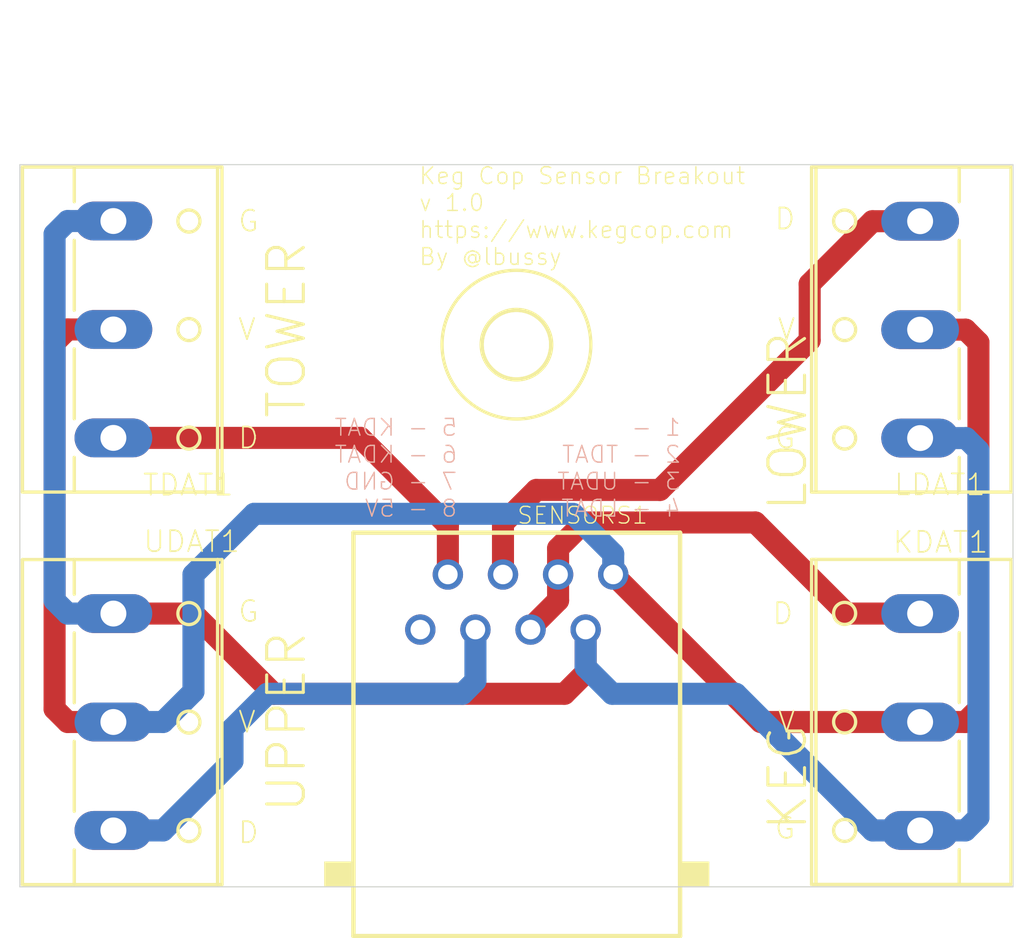
<source format=kicad_pcb>
(kicad_pcb (version 20171130) (host pcbnew "(5.1.10-1-10_14)")

  (general
    (thickness 1.6)
    (drawings 24)
    (tracks 65)
    (zones 0)
    (modules 6)
    (nets 8)
  )

  (page A4)
  (layers
    (0 Top signal)
    (31 Bottom signal)
    (32 B.Adhes user)
    (33 F.Adhes user)
    (34 B.Paste user)
    (35 F.Paste user)
    (36 B.SilkS user)
    (37 F.SilkS user)
    (38 B.Mask user)
    (39 F.Mask user)
    (40 Dwgs.User user)
    (41 Cmts.User user)
    (42 Eco1.User user)
    (43 Eco2.User user)
    (44 Edge.Cuts user)
    (45 Margin user)
    (46 B.CrtYd user)
    (47 F.CrtYd user)
    (48 B.Fab user)
    (49 F.Fab user)
  )

  (setup
    (last_trace_width 0.25)
    (trace_clearance 0.1524)
    (zone_clearance 0.508)
    (zone_45_only no)
    (trace_min 0.1524)
    (via_size 0.8)
    (via_drill 0.4)
    (via_min_size 0.4)
    (via_min_drill 0.3)
    (uvia_size 0.3)
    (uvia_drill 0.1)
    (uvias_allowed no)
    (uvia_min_size 0.2)
    (uvia_min_drill 0.1)
    (edge_width 0.05)
    (segment_width 0.2)
    (pcb_text_width 0.3)
    (pcb_text_size 1.5 1.5)
    (mod_edge_width 0.12)
    (mod_text_size 1 1)
    (mod_text_width 0.15)
    (pad_size 1.524 1.524)
    (pad_drill 0.762)
    (pad_to_mask_clearance 0)
    (aux_axis_origin 0 0)
    (visible_elements FFFFFF7F)
    (pcbplotparams
      (layerselection 0x010fc_ffffffff)
      (usegerberextensions false)
      (usegerberattributes true)
      (usegerberadvancedattributes true)
      (creategerberjobfile true)
      (excludeedgelayer true)
      (linewidth 0.100000)
      (plotframeref false)
      (viasonmask false)
      (mode 1)
      (useauxorigin false)
      (hpglpennumber 1)
      (hpglpenspeed 20)
      (hpglpendiameter 15.000000)
      (psnegative false)
      (psa4output false)
      (plotreference true)
      (plotvalue true)
      (plotinvisibletext false)
      (padsonsilk false)
      (subtractmaskfromsilk false)
      (outputformat 1)
      (mirror false)
      (drillshape 1)
      (scaleselection 1)
      (outputdirectory ""))
  )

  (net 0 "")
  (net 1 /5V)
  (net 2 /GND)
  (net 3 /KDAT)
  (net 4 /TDAT)
  (net 5 /UDAT)
  (net 6 /LDAT)
  (net 7 "Net-(SENSORS1-Pad1)")

  (net_class Default "This is the default net class."
    (clearance 0.1524)
    (trace_width 0.25)
    (via_dia 0.8)
    (via_drill 0.4)
    (uvia_dia 0.3)
    (uvia_drill 0.1)
    (add_net /5V)
    (add_net /GND)
    (add_net /KDAT)
    (add_net /LDAT)
    (add_net /TDAT)
    (add_net /UDAT)
    (add_net "Net-(SENSORS1-Pad1)")
  )

  (module "Keg Cop - Sensors:RJ45-NO-SHIELD" (layer Top) (tedit 0) (tstamp 610D3966)
    (at 148.5161 116.1426)
    (descr "<b>RJ45 Low Profile</b> No Shield<p>\nFor all RJ45 N and Z Series Models<br>\nSource: www.tycoelectronics.com .. ENG_DS_1654001_1099_RJ_L_0507.pdf")
    (path /F603A791)
    (fp_text reference SENSORS1 (at -0.025 -11.165) (layer F.SilkS)
      (effects (font (size 0.77216 0.77216) (thickness 0.061772)) (justify left bottom))
    )
    (fp_text value RJ45 (at -5.715 -2.54) (layer F.Fab) hide
      (effects (font (size 1.6891 1.6891) (thickness 0.14224)) (justify left bottom))
    )
    (fp_poly (pts (xy -8.875 5.485) (xy -7.625 5.485) (xy -7.625 4.342) (xy -8.875 4.342)) (layer F.SilkS) (width 0))
    (fp_poly (pts (xy 7.6 5.485) (xy 8.875 5.485) (xy 8.875 4.342) (xy 7.6 4.342)) (layer F.SilkS) (width 0))
    (fp_line (start 7.527 -10.819) (end 7.527 7.782) (layer F.SilkS) (width 0.2032))
    (fp_line (start -7.527 7.782) (end -7.527 -10.819) (layer F.SilkS) (width 0.2032))
    (fp_line (start 7.527 7.782) (end -7.527 7.782) (layer F.SilkS) (width 0.2032))
    (fp_line (start 8.4455 5.5118) (end -8.4455 5.5118) (layer Edge.Cuts) (width 0.01))
    (fp_line (start -7.527 -10.819) (end 7.527 -10.819) (layer F.SilkS) (width 0.2032))
    (pad "" np_thru_hole circle (at 5.715 0) (size 3.2512 3.2512) (drill 3.2512) (layers *.Cu *.Mask))
    (pad "" np_thru_hole circle (at -5.715 0) (size 3.2512 3.2512) (drill 3.2512) (layers *.Cu *.Mask))
    (pad 8 thru_hole circle (at 4.445 -8.89) (size 1.4 1.4) (drill 0.9) (layers *.Cu *.Mask)
      (net 1 /5V) (solder_mask_margin 0.1016))
    (pad 7 thru_hole circle (at 3.175 -6.35) (size 1.4 1.4) (drill 0.9) (layers *.Cu *.Mask)
      (net 2 /GND) (solder_mask_margin 0.1016))
    (pad 6 thru_hole circle (at 1.905 -8.89) (size 1.4 1.4) (drill 0.9) (layers *.Cu *.Mask)
      (net 3 /KDAT) (solder_mask_margin 0.1016))
    (pad 1 thru_hole circle (at -4.445 -6.35) (size 1.4 1.4) (drill 0.9) (layers *.Cu *.Mask)
      (net 7 "Net-(SENSORS1-Pad1)") (solder_mask_margin 0.1016))
    (pad 5 thru_hole circle (at 0.635 -6.35) (size 1.4 1.4) (drill 0.9) (layers *.Cu *.Mask)
      (net 3 /KDAT) (solder_mask_margin 0.1016))
    (pad 2 thru_hole circle (at -3.175 -8.89) (size 1.4 1.4) (drill 0.9) (layers *.Cu *.Mask)
      (net 4 /TDAT) (solder_mask_margin 0.1016))
    (pad 3 thru_hole circle (at -1.905 -6.35) (size 1.4 1.4) (drill 0.9) (layers *.Cu *.Mask)
      (net 5 /UDAT) (solder_mask_margin 0.1016))
    (pad 4 thru_hole circle (at -0.635 -8.89) (size 1.4 1.4) (drill 0.9) (layers *.Cu *.Mask)
      (net 6 /LDAT) (solder_mask_margin 0.1016))
  )

  (module "Keg Cop - Sensors:W237-103" (layer Top) (tedit 0) (tstamp 610D397A)
    (at 131.2161 95.9536 270)
    (descr "<b>WAGO SCREW CLAMP</b>")
    (path /EBF375D7)
    (fp_text reference TDAT1 (at 7.7342 -0.0078) (layer F.SilkS)
      (effects (font (size 0.9652 0.9652) (thickness 0.086868)) (justify left bottom))
    )
    (fp_text value W237-103 (at -5.3048 4.9476 90) (layer F.Fab)
      (effects (font (size 1.2065 1.2065) (thickness 0.12065)) (justify left bottom))
    )
    (fp_text user 3 (at 3.1534 -0.615 270) (layer F.Fab)
      (effects (font (size 1.2065 1.2065) (thickness 0.127)) (justify left bottom))
    )
    (fp_text user 2 (at -1.8504 -0.5642 270) (layer F.Fab)
      (effects (font (size 1.2065 1.2065) (thickness 0.127)) (justify left bottom))
    )
    (fp_text user 1 (at -6.905 -0.615 270) (layer F.Fab)
      (effects (font (size 1.2065 1.2065) (thickness 0.127)) (justify left bottom))
    )
    (fp_circle (center 0.0038 -2.1898) (end 0.5118 -2.1898) (layer F.SilkS) (width 0.1524))
    (fp_circle (center 0.0038 1.29) (end 1.5024 1.29) (layer F.Fab) (width 0.1524))
    (fp_circle (center 5.0076 -2.1898) (end 5.5156 -2.1898) (layer F.SilkS) (width 0.1524))
    (fp_circle (center -5 -2.1898) (end -4.492 -2.1898) (layer F.SilkS) (width 0.1524))
    (fp_circle (center 5.0076 1.29) (end 6.5062 1.29) (layer F.Fab) (width 0.1524))
    (fp_circle (center -5 1.29) (end -3.5014 1.29) (layer F.Fab) (width 0.1524))
    (fp_line (start 4.119 3.093) (end 5.897 3.093) (layer F.Fab) (width 0.1524))
    (fp_line (start -0.885 3.093) (end 0.893 3.093) (layer F.Fab) (width 0.1524))
    (fp_line (start -7.489 -3.511) (end -7.489 -3.714) (layer F.SilkS) (width 0.1524))
    (fp_line (start 7.497 -3.511) (end 7.497 3.093) (layer F.SilkS) (width 0.1524))
    (fp_line (start 7.497 -3.511) (end -7.489 -3.511) (layer F.SilkS) (width 0.1524))
    (fp_line (start 7.497 3.093) (end 7.497 5.481) (layer F.SilkS) (width 0.1524))
    (fp_line (start -7.489 3.093) (end -7.489 -3.511) (layer F.SilkS) (width 0.1524))
    (fp_line (start 5.897 3.093) (end 7.497 3.093) (layer F.SilkS) (width 0.1524))
    (fp_line (start 0.893 3.093) (end 4.119 3.093) (layer F.SilkS) (width 0.1524))
    (fp_line (start -4.111 3.093) (end -0.885 3.093) (layer F.SilkS) (width 0.1524))
    (fp_line (start -5.889 3.093) (end -4.111 3.093) (layer F.Fab) (width 0.1524))
    (fp_line (start -7.489 3.093) (end -5.889 3.093) (layer F.SilkS) (width 0.1524))
    (fp_line (start -7.489 5.481) (end -7.489 3.093) (layer F.SilkS) (width 0.1524))
    (fp_line (start 7.497 -3.714) (end -7.489 -3.714) (layer F.SilkS) (width 0.1524))
    (fp_line (start 7.497 -3.714) (end 7.497 -3.511) (layer F.SilkS) (width 0.1524))
    (fp_line (start -7.489 5.481) (end 7.497 5.481) (layer F.SilkS) (width 0.1524))
    (fp_line (start -5.991 2.306) (end -3.984 0.299) (layer F.Fab) (width 0.254))
    (fp_line (start -0.911 2.331) (end 0.994 0.299) (layer F.Fab) (width 0.254))
    (fp_line (start 4.093 2.255) (end 5.897 0.299) (layer F.Fab) (width 0.254))
    (pad 3 thru_hole oval (at 5 1.29) (size 3.5814 1.7907) (drill 1.1938) (layers *.Cu *.Mask)
      (net 4 /TDAT) (solder_mask_margin 0.1016))
    (pad 2 thru_hole oval (at 0 1.29) (size 3.5814 1.7907) (drill 1.1938) (layers *.Cu *.Mask)
      (net 1 /5V) (solder_mask_margin 0.1016))
    (pad 1 thru_hole oval (at -5 1.29) (size 3.5814 1.7907) (drill 1.1938) (layers *.Cu *.Mask)
      (net 2 /GND) (solder_mask_margin 0.1016))
  )

  (module "Keg Cop - Sensors:W237-103" (layer Top) (tedit 0) (tstamp 610D399C)
    (at 131.2161 114.0536 270)
    (descr "<b>WAGO SCREW CLAMP</b>")
    (path /09CB6CD2)
    (fp_text reference UDAT1 (at -7.7558 -0.0378) (layer F.SilkS)
      (effects (font (size 0.9652 0.9652) (thickness 0.077216)) (justify left bottom))
    )
    (fp_text value W237-103 (at -5.3048 4.9476 90) (layer F.Fab)
      (effects (font (size 1.2065 1.2065) (thickness 0.12065)) (justify left bottom))
    )
    (fp_text user 3 (at 3.1534 -0.615 270) (layer F.Fab)
      (effects (font (size 1.2065 1.2065) (thickness 0.127)) (justify left bottom))
    )
    (fp_text user 2 (at -1.8504 -0.5642 270) (layer F.Fab)
      (effects (font (size 1.2065 1.2065) (thickness 0.127)) (justify left bottom))
    )
    (fp_text user 1 (at -6.905 -0.615 270) (layer F.Fab)
      (effects (font (size 1.2065 1.2065) (thickness 0.127)) (justify left bottom))
    )
    (fp_circle (center 0.0038 -2.1898) (end 0.5118 -2.1898) (layer F.SilkS) (width 0.1524))
    (fp_circle (center 0.0038 1.29) (end 1.5024 1.29) (layer F.Fab) (width 0.1524))
    (fp_circle (center 5.0076 -2.1898) (end 5.5156 -2.1898) (layer F.SilkS) (width 0.1524))
    (fp_circle (center -5 -2.1898) (end -4.492 -2.1898) (layer F.SilkS) (width 0.1524))
    (fp_circle (center 5.0076 1.29) (end 6.5062 1.29) (layer F.Fab) (width 0.1524))
    (fp_circle (center -5 1.29) (end -3.5014 1.29) (layer F.Fab) (width 0.1524))
    (fp_line (start 4.119 3.093) (end 5.897 3.093) (layer F.Fab) (width 0.1524))
    (fp_line (start -0.885 3.093) (end 0.893 3.093) (layer F.Fab) (width 0.1524))
    (fp_line (start -7.489 -3.511) (end -7.489 -3.714) (layer F.SilkS) (width 0.1524))
    (fp_line (start 7.497 -3.511) (end 7.497 3.093) (layer F.SilkS) (width 0.1524))
    (fp_line (start 7.497 -3.511) (end -7.489 -3.511) (layer F.SilkS) (width 0.1524))
    (fp_line (start 7.497 3.093) (end 7.497 5.481) (layer F.SilkS) (width 0.1524))
    (fp_line (start -7.489 3.093) (end -7.489 -3.511) (layer F.SilkS) (width 0.1524))
    (fp_line (start 5.897 3.093) (end 7.497 3.093) (layer F.SilkS) (width 0.1524))
    (fp_line (start 0.893 3.093) (end 4.119 3.093) (layer F.SilkS) (width 0.1524))
    (fp_line (start -4.111 3.093) (end -0.885 3.093) (layer F.SilkS) (width 0.1524))
    (fp_line (start -5.889 3.093) (end -4.111 3.093) (layer F.Fab) (width 0.1524))
    (fp_line (start -7.489 3.093) (end -5.889 3.093) (layer F.SilkS) (width 0.1524))
    (fp_line (start -7.489 5.481) (end -7.489 3.093) (layer F.SilkS) (width 0.1524))
    (fp_line (start 7.497 -3.714) (end -7.489 -3.714) (layer F.SilkS) (width 0.1524))
    (fp_line (start 7.497 -3.714) (end 7.497 -3.511) (layer F.SilkS) (width 0.1524))
    (fp_line (start -7.489 5.481) (end 7.497 5.481) (layer F.SilkS) (width 0.1524))
    (fp_line (start -5.991 2.306) (end -3.984 0.299) (layer F.Fab) (width 0.254))
    (fp_line (start -0.911 2.331) (end 0.994 0.299) (layer F.Fab) (width 0.254))
    (fp_line (start 4.093 2.255) (end 5.897 0.299) (layer F.Fab) (width 0.254))
    (pad 3 thru_hole oval (at 5 1.29) (size 3.5814 1.7907) (drill 1.1938) (layers *.Cu *.Mask)
      (net 5 /UDAT) (solder_mask_margin 0.1016))
    (pad 2 thru_hole oval (at 0 1.29) (size 3.5814 1.7907) (drill 1.1938) (layers *.Cu *.Mask)
      (net 1 /5V) (solder_mask_margin 0.1016))
    (pad 1 thru_hole oval (at -5 1.29) (size 3.5814 1.7907) (drill 1.1938) (layers *.Cu *.Mask)
      (net 2 /GND) (solder_mask_margin 0.1016))
  )

  (module "Keg Cop - Sensors:W237-103" (layer Top) (tedit 0) (tstamp 610D39BE)
    (at 165.8161 95.9616 90)
    (descr "<b>WAGO SCREW CLAMP</b>")
    (path /DC96C082)
    (fp_text reference LDAT1 (at -7.7158 0.0322) (layer F.SilkS)
      (effects (font (size 0.9652 0.9652) (thickness 0.077216)) (justify left bottom))
    )
    (fp_text value W237-103 (at -5.3048 4.9476 90) (layer F.Fab)
      (effects (font (size 1.2065 1.2065) (thickness 0.12065)) (justify left bottom))
    )
    (fp_text user 3 (at 3.1534 -0.615 90) (layer F.Fab)
      (effects (font (size 1.2065 1.2065) (thickness 0.127)) (justify left bottom))
    )
    (fp_text user 2 (at -1.8504 -0.5642 90) (layer F.Fab)
      (effects (font (size 1.2065 1.2065) (thickness 0.127)) (justify left bottom))
    )
    (fp_text user 1 (at -6.905 -0.615 90) (layer F.Fab)
      (effects (font (size 1.2065 1.2065) (thickness 0.127)) (justify left bottom))
    )
    (fp_circle (center 0.0038 -2.1898) (end 0.5118 -2.1898) (layer F.SilkS) (width 0.1524))
    (fp_circle (center 0.0038 1.29) (end 1.5024 1.29) (layer F.Fab) (width 0.1524))
    (fp_circle (center 5.0076 -2.1898) (end 5.5156 -2.1898) (layer F.SilkS) (width 0.1524))
    (fp_circle (center -5 -2.1898) (end -4.492 -2.1898) (layer F.SilkS) (width 0.1524))
    (fp_circle (center 5.0076 1.29) (end 6.5062 1.29) (layer F.Fab) (width 0.1524))
    (fp_circle (center -5 1.29) (end -3.5014 1.29) (layer F.Fab) (width 0.1524))
    (fp_line (start 4.119 3.093) (end 5.897 3.093) (layer F.Fab) (width 0.1524))
    (fp_line (start -0.885 3.093) (end 0.893 3.093) (layer F.Fab) (width 0.1524))
    (fp_line (start -7.489 -3.511) (end -7.489 -3.714) (layer F.SilkS) (width 0.1524))
    (fp_line (start 7.497 -3.511) (end 7.497 3.093) (layer F.SilkS) (width 0.1524))
    (fp_line (start 7.497 -3.511) (end -7.489 -3.511) (layer F.SilkS) (width 0.1524))
    (fp_line (start 7.497 3.093) (end 7.497 5.481) (layer F.SilkS) (width 0.1524))
    (fp_line (start -7.489 3.093) (end -7.489 -3.511) (layer F.SilkS) (width 0.1524))
    (fp_line (start 5.897 3.093) (end 7.497 3.093) (layer F.SilkS) (width 0.1524))
    (fp_line (start 0.893 3.093) (end 4.119 3.093) (layer F.SilkS) (width 0.1524))
    (fp_line (start -4.111 3.093) (end -0.885 3.093) (layer F.SilkS) (width 0.1524))
    (fp_line (start -5.889 3.093) (end -4.111 3.093) (layer F.Fab) (width 0.1524))
    (fp_line (start -7.489 3.093) (end -5.889 3.093) (layer F.SilkS) (width 0.1524))
    (fp_line (start -7.489 5.481) (end -7.489 3.093) (layer F.SilkS) (width 0.1524))
    (fp_line (start 7.497 -3.714) (end -7.489 -3.714) (layer F.SilkS) (width 0.1524))
    (fp_line (start 7.497 -3.714) (end 7.497 -3.511) (layer F.SilkS) (width 0.1524))
    (fp_line (start -7.489 5.481) (end 7.497 5.481) (layer F.SilkS) (width 0.1524))
    (fp_line (start -5.991 2.306) (end -3.984 0.299) (layer F.Fab) (width 0.254))
    (fp_line (start -0.911 2.331) (end 0.994 0.299) (layer F.Fab) (width 0.254))
    (fp_line (start 4.093 2.255) (end 5.897 0.299) (layer F.Fab) (width 0.254))
    (pad 3 thru_hole oval (at 5 1.29 180) (size 3.5814 1.7907) (drill 1.1938) (layers *.Cu *.Mask)
      (net 6 /LDAT) (solder_mask_margin 0.1016))
    (pad 2 thru_hole oval (at 0 1.29 180) (size 3.5814 1.7907) (drill 1.1938) (layers *.Cu *.Mask)
      (net 1 /5V) (solder_mask_margin 0.1016))
    (pad 1 thru_hole oval (at -5 1.29 180) (size 3.5814 1.7907) (drill 1.1938) (layers *.Cu *.Mask)
      (net 2 /GND) (solder_mask_margin 0.1016))
  )

  (module "Keg Cop - Sensors:W237-103" (layer Top) (tedit 0) (tstamp 610D39E0)
    (at 165.8161 114.0536 90)
    (descr "<b>WAGO SCREW CLAMP</b>")
    (path /B05A8DCC)
    (fp_text reference KDAT1 (at 7.7242 -0.0278) (layer F.SilkS)
      (effects (font (size 0.9652 0.9652) (thickness 0.077216)) (justify left bottom))
    )
    (fp_text value W237-103 (at -5.3048 4.9476 90) (layer F.Fab)
      (effects (font (size 1.2065 1.2065) (thickness 0.12065)) (justify left bottom))
    )
    (fp_text user 3 (at 3.1534 -0.615 90) (layer F.Fab)
      (effects (font (size 1.2065 1.2065) (thickness 0.127)) (justify left bottom))
    )
    (fp_text user 2 (at -1.8504 -0.5642 90) (layer F.Fab)
      (effects (font (size 1.2065 1.2065) (thickness 0.127)) (justify left bottom))
    )
    (fp_text user 1 (at -6.905 -0.615 90) (layer F.Fab)
      (effects (font (size 1.2065 1.2065) (thickness 0.127)) (justify left bottom))
    )
    (fp_circle (center 0.0038 -2.1898) (end 0.5118 -2.1898) (layer F.SilkS) (width 0.1524))
    (fp_circle (center 0.0038 1.29) (end 1.5024 1.29) (layer F.Fab) (width 0.1524))
    (fp_circle (center 5.0076 -2.1898) (end 5.5156 -2.1898) (layer F.SilkS) (width 0.1524))
    (fp_circle (center -5 -2.1898) (end -4.492 -2.1898) (layer F.SilkS) (width 0.1524))
    (fp_circle (center 5.0076 1.29) (end 6.5062 1.29) (layer F.Fab) (width 0.1524))
    (fp_circle (center -5 1.29) (end -3.5014 1.29) (layer F.Fab) (width 0.1524))
    (fp_line (start 4.119 3.093) (end 5.897 3.093) (layer F.Fab) (width 0.1524))
    (fp_line (start -0.885 3.093) (end 0.893 3.093) (layer F.Fab) (width 0.1524))
    (fp_line (start -7.489 -3.511) (end -7.489 -3.714) (layer F.SilkS) (width 0.1524))
    (fp_line (start 7.497 -3.511) (end 7.497 3.093) (layer F.SilkS) (width 0.1524))
    (fp_line (start 7.497 -3.511) (end -7.489 -3.511) (layer F.SilkS) (width 0.1524))
    (fp_line (start 7.497 3.093) (end 7.497 5.481) (layer F.SilkS) (width 0.1524))
    (fp_line (start -7.489 3.093) (end -7.489 -3.511) (layer F.SilkS) (width 0.1524))
    (fp_line (start 5.897 3.093) (end 7.497 3.093) (layer F.SilkS) (width 0.1524))
    (fp_line (start 0.893 3.093) (end 4.119 3.093) (layer F.SilkS) (width 0.1524))
    (fp_line (start -4.111 3.093) (end -0.885 3.093) (layer F.SilkS) (width 0.1524))
    (fp_line (start -5.889 3.093) (end -4.111 3.093) (layer F.Fab) (width 0.1524))
    (fp_line (start -7.489 3.093) (end -5.889 3.093) (layer F.SilkS) (width 0.1524))
    (fp_line (start -7.489 5.481) (end -7.489 3.093) (layer F.SilkS) (width 0.1524))
    (fp_line (start 7.497 -3.714) (end -7.489 -3.714) (layer F.SilkS) (width 0.1524))
    (fp_line (start 7.497 -3.714) (end 7.497 -3.511) (layer F.SilkS) (width 0.1524))
    (fp_line (start -7.489 5.481) (end 7.497 5.481) (layer F.SilkS) (width 0.1524))
    (fp_line (start -5.991 2.306) (end -3.984 0.299) (layer F.Fab) (width 0.254))
    (fp_line (start -0.911 2.331) (end 0.994 0.299) (layer F.Fab) (width 0.254))
    (fp_line (start 4.093 2.255) (end 5.897 0.299) (layer F.Fab) (width 0.254))
    (pad 3 thru_hole oval (at 5 1.29 180) (size 3.5814 1.7907) (drill 1.1938) (layers *.Cu *.Mask)
      (net 3 /KDAT) (solder_mask_margin 0.1016))
    (pad 2 thru_hole oval (at 0 1.29 180) (size 3.5814 1.7907) (drill 1.1938) (layers *.Cu *.Mask)
      (net 1 /5V) (solder_mask_margin 0.1016))
    (pad 1 thru_hole oval (at -5 1.29 180) (size 3.5814 1.7907) (drill 1.1938) (layers *.Cu *.Mask)
      (net 2 /GND) (solder_mask_margin 0.1016))
  )

  (module "Keg Cop - Sensors:3,0" (layer Top) (tedit 0) (tstamp 610D3A02)
    (at 148.5011 96.6536)
    (descr "<b>MOUNTING HOLE</b> 3.0 mm with drill center")
    (fp_text reference U$1 (at 0 0) (layer F.SilkS) hide
      (effects (font (size 1.27 1.27) (thickness 0.15)))
    )
    (fp_text value "" (at 0 0) (layer F.SilkS) hide
      (effects (font (size 1.27 1.27) (thickness 0.15)))
    )
    (fp_text user 3,0 (at -1.27 3.81) (layer Cmts.User)
      (effects (font (size 1.2065 1.2065) (thickness 0.1016)) (justify left bottom))
    )
    (fp_circle (center 0 0) (end 1.6 0) (layer F.SilkS) (width 0.2032))
    (fp_circle (center 0 0) (end 3.048 0) (layer Dwgs.User) (width 2.032))
    (fp_circle (center 0 0) (end 3.048 0) (layer Dwgs.User) (width 2.032))
    (fp_circle (center 0 0) (end 3.048 0) (layer Dwgs.User) (width 2.032))
    (fp_circle (center 0 0) (end 3.048 0) (layer Dwgs.User) (width 2.032))
    (fp_circle (center 0 0) (end 3.048 0) (layer Dwgs.User) (width 2.032))
    (fp_circle (center 0 0) (end 0.762 0) (layer F.Fab) (width 0.4572))
    (fp_circle (center 0 0) (end 3.429 0) (layer F.SilkS) (width 0.1524))
    (fp_arc (start 0 0) (end 0 -2.159) (angle 90) (layer F.Fab) (width 2.4892))
    (fp_arc (start 0 0) (end -2.159 0) (angle -90) (layer F.Fab) (width 2.4892))
    (pad "" np_thru_hole circle (at 0 0) (size 3 3) (drill 3) (layers *.Cu *.Mask))
  )

  (gr_line (start 125.6161 88.3536) (end 125.6161 121.6536) (layer Edge.Cuts) (width 0.05) (tstamp 34A6F40))
  (gr_line (start 125.6161 121.6536) (end 171.3861 121.6536) (layer Edge.Cuts) (width 0.05) (tstamp 34A6FD0))
  (gr_line (start 171.3861 121.6536) (end 171.3861 88.3536) (layer Edge.Cuts) (width 0.05) (tstamp 34A7060))
  (gr_line (start 171.3861 88.3536) (end 125.6161 88.3536) (layer Edge.Cuts) (width 0.05) (tstamp 34A70F0))
  (gr_text G (at 135.6161 90.9536) (layer F.SilkS) (tstamp 34A7180)
    (effects (font (size 0.9652 0.9652) (thickness 0.08128)) (justify left))
  )
  (gr_text G (at 161.4161 100.9536) (layer F.SilkS) (tstamp 34A72A0)
    (effects (font (size 0.9652 0.9652) (thickness 0.08128)) (justify right))
  )
  (gr_text G (at 135.6161 108.9536) (layer F.SilkS) (tstamp 34A73C0)
    (effects (font (size 0.9652 0.9652) (thickness 0.08128)) (justify left))
  )
  (gr_text G (at 161.4161 118.9536) (layer F.SilkS) (tstamp 34A74E0)
    (effects (font (size 0.9652 0.9652) (thickness 0.08128)) (justify right))
  )
  (gr_text V (at 135.6161 95.9536) (layer F.SilkS) (tstamp 34A7600)
    (effects (font (size 0.9652 0.9652) (thickness 0.08128)) (justify left))
  )
  (gr_text V (at 135.6161 114.0536) (layer F.SilkS) (tstamp 34A7720)
    (effects (font (size 0.9652 0.9652) (thickness 0.08128)) (justify left))
  )
  (gr_text V (at 161.4161 114.0536) (layer F.SilkS) (tstamp 34A7840)
    (effects (font (size 0.9652 0.9652) (thickness 0.08128)) (justify right))
  )
  (gr_text V (at 161.4161 95.9536) (layer F.SilkS) (tstamp 34A7960)
    (effects (font (size 0.9652 0.9652) (thickness 0.08128)) (justify right))
  )
  (gr_text D (at 135.6161 119.1536) (layer F.SilkS) (tstamp 34A7A80)
    (effects (font (size 0.9652 0.9652) (thickness 0.08128)) (justify left))
  )
  (gr_text D (at 135.6161 100.9536) (layer F.SilkS) (tstamp 34A7BA0)
    (effects (font (size 0.9652 0.9652) (thickness 0.08128)) (justify left))
  )
  (gr_text D (at 161.4161 90.8536) (layer F.SilkS) (tstamp 34A7CC0)
    (effects (font (size 0.9652 0.9652) (thickness 0.08128)) (justify right))
  )
  (gr_text D (at 161.3161 109.0536) (layer F.SilkS) (tstamp 34A7DE0)
    (effects (font (size 0.9652 0.9652) (thickness 0.08128)) (justify right))
  )
  (gr_text "1 - \n2 - TDAT\n3 - UDAT\n4 - LDAT" (at 156.1161 104.6536) (layer B.SilkS) (tstamp 34A7F00)
    (effects (font (size 0.77216 0.77216) (thickness 0.065024)) (justify left bottom mirror))
  )
  (gr_text "5 - KDAT\n6 - KDAT\n7 - GND\n8 - 5V" (at 145.8161 104.6536) (layer B.SilkS) (tstamp 34A0090)
    (effects (font (size 0.77216 0.77216) (thickness 0.065024)) (justify left bottom mirror))
  )
  (gr_text "" (at 153.259843 92.064041) (layer F.SilkS) (tstamp 34A01B0)
    (effects (font (size 0.77216 0.77216) (thickness 0.065024)) (justify left bottom mirror))
  )
  (gr_text TOWER (at 136.9161 95.9536 90) (layer F.SilkS) (tstamp 34A0240)
    (effects (font (size 1.6891 1.6891) (thickness 0.14224)) (justify top))
  )
  (gr_text UPPER (at 136.9161 114.0536 90) (layer F.SilkS) (tstamp 34A0360)
    (effects (font (size 1.6891 1.6891) (thickness 0.14224)) (justify top))
  )
  (gr_text LOWER (at 160.0161 95.9536 90) (layer F.SilkS) (tstamp 34A0480)
    (effects (font (size 1.6891 1.6891) (thickness 0.14224)) (justify right top))
  )
  (gr_text KEG (at 160.0161 114.0536 90) (layer F.SilkS) (tstamp 34A05A0)
    (effects (font (size 1.6891 1.6891) (thickness 0.14224)) (justify right top))
  )
  (gr_text "Keg Cop Sensor Breakout\nv 1.0\nhttps://www.kegcop.com\nBy @lbussy" (at 143.970196 93.048119) (layer F.SilkS) (tstamp 3452640)
    (effects (font (size 0.77216 0.77216) (thickness 0.065024)) (justify left bottom))
  )

  (segment (start 145.3411 107.2526) (end 145.3411 104.9786) (width 1.016) (layer Top) (net 4) (tstamp 34A3210))
  (segment (start 141.3161 100.9536) (end 145.3411 104.9786) (width 1.016) (layer Top) (net 4) (tstamp 34A32A0))
  (segment (start 129.9261 100.9536) (end 141.3161 100.9536) (width 1.016) (layer Top) (net 4) (tstamp 346B3C0))
  (segment (start 146.0161 112.7536) (end 146.6111 112.1586) (width 1.016) (layer Bottom) (net 5) (tstamp 346B600))
  (segment (start 146.6111 112.1586) (end 146.6111 109.7926) (width 1.016) (layer Bottom) (net 5) (tstamp 346B690))
  (segment (start 129.9261 119.0536) (end 132.2161 119.0536) (width 1.016) (layer Bottom) (net 5) (tstamp 344E250))
  (segment (start 135.4161 115.8536) (end 135.4161 114.3536) (width 1.016) (layer Bottom) (net 5) (tstamp 344E2E0))
  (segment (start 135.4161 114.3536) (end 137.0161 112.7536) (width 1.016) (layer Bottom) (net 5) (tstamp 344E370))
  (segment (start 137.0161 112.7536) (end 146.0161 112.7536) (width 1.016) (layer Bottom) (net 5) (tstamp 344E400))
  (segment (start 132.2161 119.0536) (end 135.4161 115.8536) (width 1.016) (layer Bottom) (net 5) (tstamp 344E490))
  (segment (start 147.8811 107.2526) (end 147.8811 104.8886) (width 1.016) (layer Top) (net 6) (tstamp 344E6D0))
  (segment (start 149.4161 103.3536) (end 147.8811 104.8886) (width 1.016) (layer Top) (net 6) (tstamp 344E760))
  (segment (start 167.1061 90.9616) (end 164.9081 90.9616) (width 1.016) (layer Top) (net 6) (tstamp 344E7F0))
  (segment (start 162.0161 93.8536) (end 162.0161 96.4536) (width 1.016) (layer Top) (net 6) (tstamp 344E880))
  (segment (start 162.0161 96.4536) (end 155.1161 103.3536) (width 1.016) (layer Top) (net 6) (tstamp 344E910))
  (segment (start 155.1161 103.3536) (end 149.4161 103.3536) (width 1.016) (layer Top) (net 6) (tstamp 344E9A0))
  (segment (start 164.9081 90.9616) (end 162.0161 93.8536) (width 1.016) (layer Top) (net 6) (tstamp 344EA30))
  (segment (start 150.4211 107.2526) (end 150.4211 106.0486) (width 1.016) (layer Top) (net 3) (tstamp 344ED00))
  (segment (start 150.4211 106.0486) (end 151.6161 104.8536) (width 1.016) (layer Top) (net 3) (tstamp 344ED90))
  (segment (start 149.1511 109.7926) (end 149.1511 109.7186) (width 1.016) (layer Top) (net 3) (tstamp 344EE20))
  (segment (start 150.4211 108.4486) (end 150.4211 107.2526) (width 1.016) (layer Top) (net 3) (tstamp 344EEB0))
  (segment (start 149.1511 109.7186) (end 150.4211 108.4486) (width 1.016) (layer Top) (net 3) (tstamp 344EF40))
  (segment (start 151.6161 104.8536) (end 159.5161 104.8536) (width 1.016) (layer Top) (net 3) (tstamp 344EFD0))
  (segment (start 159.5161 104.8536) (end 163.7161 109.0536) (width 1.016) (layer Top) (net 3) (tstamp 344F060))
  (segment (start 163.7161 109.0536) (end 167.1061 109.0536) (width 1.016) (layer Top) (net 3) (tstamp 344F0F0))
  (segment (start 151.6911 109.7926) (end 151.6911 111.7786) (width 1.016) (layer Top) (net 2) (tstamp 346B840))
  (segment (start 150.7161 112.7536) (end 151.6911 111.7786) (width 1.016) (layer Top) (net 2) (tstamp 346B8D0))
  (segment (start 151.6911 109.7926) (end 151.6911 111.5286) (width 1.016) (layer Bottom) (net 2) (tstamp 346B960))
  (segment (start 152.9161 112.7536) (end 151.6911 111.5286) (width 1.016) (layer Bottom) (net 2) (tstamp 346B9F0))
  (segment (start 129.9261 109.0536) (end 127.8161 109.0536) (width 1.016) (layer Bottom) (net 2) (tstamp 346BA80))
  (segment (start 127.8161 109.0536) (end 127.2161 108.4536) (width 1.016) (layer Bottom) (net 2) (tstamp 346BB10))
  (segment (start 127.2161 108.4536) (end 127.2161 91.5536) (width 1.016) (layer Bottom) (net 2) (tstamp 346BBA0))
  (segment (start 127.8161 90.9536) (end 129.9261 90.9536) (width 1.016) (layer Bottom) (net 2) (tstamp 346BC30))
  (segment (start 127.2161 91.5536) (end 127.8161 90.9536) (width 1.016) (layer Bottom) (net 2) (tstamp 346BCC0))
  (segment (start 129.9261 109.0536) (end 133.6161 109.0536) (width 1.016) (layer Top) (net 2) (tstamp 346BD50))
  (segment (start 137.3161 112.7536) (end 150.7161 112.7536) (width 1.016) (layer Top) (net 2) (tstamp 346BDE0))
  (segment (start 133.6161 109.0536) (end 137.3161 112.7536) (width 1.016) (layer Top) (net 2) (tstamp 346BE70))
  (segment (start 167.1061 119.0536) (end 164.9161 119.0536) (width 1.016) (layer Bottom) (net 2) (tstamp 346BF00))
  (segment (start 158.6161 112.7536) (end 152.9161 112.7536) (width 1.016) (layer Bottom) (net 2) (tstamp 3464000))
  (segment (start 164.9161 119.0536) (end 158.6161 112.7536) (width 1.016) (layer Bottom) (net 2) (tstamp 3464090))
  (segment (start 167.1061 119.0536) (end 169.1939 119.0536) (width 1.016) (layer Bottom) (net 2) (tstamp 3464120))
  (segment (start 169.1939 119.0536) (end 169.7939 118.4536) (width 1.016) (layer Bottom) (net 2) (tstamp 34641B0))
  (segment (start 169.7939 118.4536) (end 169.7939 101.5314) (width 1.016) (layer Bottom) (net 2) (tstamp 3464240))
  (segment (start 169.2241 100.9616) (end 167.1061 100.9616) (width 1.016) (layer Bottom) (net 2) (tstamp 34642D0))
  (segment (start 169.7939 101.5314) (end 169.2241 100.9616) (width 1.016) (layer Bottom) (net 2) (tstamp 3464360))
  (segment (start 151.2161 104.5536) (end 152.9611 106.2986) (width 1.016) (layer Bottom) (net 1) (tstamp 3464EA0))
  (segment (start 152.9611 106.2986) (end 152.9611 107.2526) (width 1.016) (layer Bottom) (net 1) (tstamp 3464F30))
  (segment (start 129.9261 114.0536) (end 127.8161 114.0536) (width 1.016) (layer Top) (net 1) (tstamp 3464FC0))
  (segment (start 127.8161 114.0536) (end 127.2161 113.4536) (width 1.016) (layer Top) (net 1) (tstamp 3465050))
  (segment (start 127.2161 113.4536) (end 127.2161 96.5536) (width 1.016) (layer Top) (net 1) (tstamp 34650E0))
  (segment (start 127.2161 96.5536) (end 127.8161 95.9536) (width 1.016) (layer Top) (net 1) (tstamp 3465170))
  (segment (start 127.8161 95.9536) (end 129.9261 95.9536) (width 1.016) (layer Top) (net 1) (tstamp 3465200))
  (segment (start 129.9261 114.0536) (end 132.2161 114.0536) (width 1.016) (layer Bottom) (net 1) (tstamp 3465290))
  (segment (start 133.6161 112.6536) (end 133.6161 107.2536) (width 1.016) (layer Bottom) (net 1) (tstamp 3465320))
  (segment (start 133.6161 107.2536) (end 136.4161 104.4536) (width 1.016) (layer Bottom) (net 1) (tstamp 34653B0))
  (segment (start 151.1161 104.4536) (end 151.2161 104.5536) (width 0.1524) (layer Bottom) (net 1) (tstamp 3465440))
  (segment (start 132.2161 114.0536) (end 133.6161 112.6536) (width 1.016) (layer Bottom) (net 1) (tstamp 34654D0))
  (segment (start 136.4161 104.4536) (end 151.1161 104.4536) (width 1.016) (layer Bottom) (net 1) (tstamp 3465560))
  (segment (start 167.1061 114.0536) (end 159.7621 114.0536) (width 1.016) (layer Top) (net 1) (tstamp 34655F0))
  (segment (start 159.7621 114.0536) (end 152.9611 107.2526) (width 1.016) (layer Top) (net 1) (tstamp 3465680))
  (segment (start 167.1061 95.9616) (end 169.2019 95.9616) (width 1.016) (layer Top) (net 1) (tstamp 3465710))
  (segment (start 169.2019 95.9616) (end 169.7939 96.5536) (width 1.016) (layer Top) (net 1) (tstamp 34657A0))
  (segment (start 169.7939 96.5536) (end 169.7939 113.4536) (width 1.016) (layer Top) (net 1) (tstamp 3465830))
  (segment (start 169.7939 113.4536) (end 169.1939 114.0536) (width 1.016) (layer Top) (net 1) (tstamp 34658C0))
  (segment (start 169.1939 114.0536) (end 167.1061 114.0536) (width 1.016) (layer Top) (net 1) (tstamp 3465950))

  (zone (net 2) (net_name /GND) (layer Top) (tstamp 34643F0) (hatch edge 0.508)
    (priority 6)
    (connect_pads (clearance 0.000001))
    (min_thickness 0.0762)
    (fill (arc_segments 32) (thermal_gap 0.2024) (thermal_bridge_width 0.2024))
    (polygon
      (pts
        (xy 171.6923 121.722036) (xy 171.900063 121.9298) (xy 125.440126 121.9298) (xy 125.339674 88.0774) (xy 171.6923 88.0774)
      )
    )
  )
  (zone (net 2) (net_name /GND) (layer Bottom) (tstamp 3464750) (hatch edge 0.508)
    (priority 6)
    (connect_pads (clearance 0.000001))
    (min_thickness 0.0762)
    (fill (arc_segments 32) (thermal_gap 0.2024) (thermal_bridge_width 0.2024))
    (polygon
      (pts
        (xy 171.6923 88.222037) (xy 171.6923 121.9298) (xy 125.5399 121.9298) (xy 125.5399 88.222037) (xy 125.684537 88.0774)
        (xy 171.547663 88.0774)
      )
    )
  )
)

</source>
